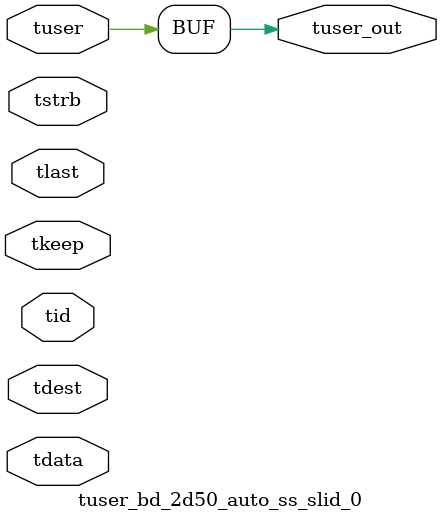
<source format=v>


`timescale 1ps/1ps

module tuser_bd_2d50_auto_ss_slid_0 #
(
parameter C_S_AXIS_TUSER_WIDTH = 1,
parameter C_S_AXIS_TDATA_WIDTH = 32,
parameter C_S_AXIS_TID_WIDTH   = 0,
parameter C_S_AXIS_TDEST_WIDTH = 0,
parameter C_M_AXIS_TUSER_WIDTH = 1
)
(
input  [(C_S_AXIS_TUSER_WIDTH == 0 ? 1 : C_S_AXIS_TUSER_WIDTH)-1:0     ] tuser,
input  [(C_S_AXIS_TDATA_WIDTH == 0 ? 1 : C_S_AXIS_TDATA_WIDTH)-1:0     ] tdata,
input  [(C_S_AXIS_TID_WIDTH   == 0 ? 1 : C_S_AXIS_TID_WIDTH)-1:0       ] tid,
input  [(C_S_AXIS_TDEST_WIDTH == 0 ? 1 : C_S_AXIS_TDEST_WIDTH)-1:0     ] tdest,
input  [(C_S_AXIS_TDATA_WIDTH/8)-1:0 ] tkeep,
input  [(C_S_AXIS_TDATA_WIDTH/8)-1:0 ] tstrb,
input                                                                    tlast,
output [C_M_AXIS_TUSER_WIDTH-1:0] tuser_out
);

assign tuser_out = {tuser[2:0]};

endmodule


</source>
